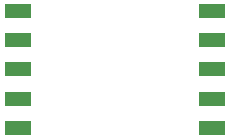
<source format=gbr>
%TF.GenerationSoftware,KiCad,Pcbnew,(5.1.8)-1*%
%TF.CreationDate,2022-06-16T12:56:30+03:00*%
%TF.ProjectId,FORWARD_CONVERTER,464f5257-4152-4445-9f43-4f4e56455254,rev?*%
%TF.SameCoordinates,Original*%
%TF.FileFunction,Paste,Top*%
%TF.FilePolarity,Positive*%
%FSLAX46Y46*%
G04 Gerber Fmt 4.6, Leading zero omitted, Abs format (unit mm)*
G04 Created by KiCad (PCBNEW (5.1.8)-1) date 2022-06-16 12:56:30*
%MOMM*%
%LPD*%
G01*
G04 APERTURE LIST*
%ADD10R,2.200000X1.300000*%
G04 APERTURE END LIST*
D10*
%TO.C,TF1*%
X125805000Y-71000000D03*
X142165000Y-71000000D03*
X125805000Y-68520000D03*
X142165000Y-68520000D03*
X125805000Y-66040000D03*
X142165000Y-66040000D03*
X125805000Y-63560000D03*
X142165000Y-63560000D03*
X125805000Y-61080000D03*
X142165000Y-61080000D03*
%TD*%
M02*

</source>
